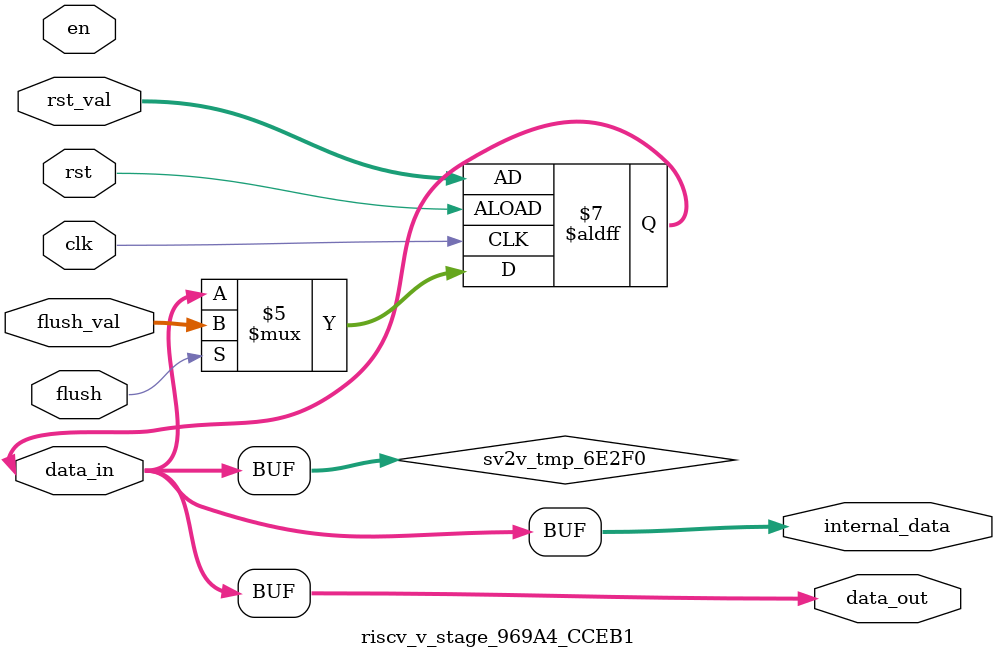
<source format=v>
module riscv_v_stage_969A4_CCEB1 (
	clk,
	rst,
	en,
	flush,
	rst_val,
	flush_val,
	data_in,
	data_out,
	internal_data
);
	parameter signed [31:0] DATA_T_riscv_pkg_BYTE_WIDTH = 0;
	parameter signed [31:0] DATA_T_riscv_v_pkg_RISCV_V_DATA_WIDTH = 0;
	parameter signed [31:0] DATA_T_riscv_v_pkg_RISCV_V_NUM_BYTES_DATA = 0;
	parameter signed [31:0] NUM_STAGES = 1;
	input wire clk;
	input wire rst;
	input wire en;
	input wire flush;
	input wire [DATA_T_riscv_v_pkg_RISCV_V_DATA_WIDTH - 1:0] rst_val;
	input wire [DATA_T_riscv_v_pkg_RISCV_V_DATA_WIDTH - 1:0] flush_val;
	input wire [DATA_T_riscv_v_pkg_RISCV_V_DATA_WIDTH - 1:0] data_in;
	output wire [DATA_T_riscv_v_pkg_RISCV_V_DATA_WIDTH - 1:0] data_out;
	output reg [(NUM_STAGES >= 0 ? ((NUM_STAGES + 1) * DATA_T_riscv_v_pkg_RISCV_V_DATA_WIDTH) - 1 : ((1 - NUM_STAGES) * DATA_T_riscv_v_pkg_RISCV_V_DATA_WIDTH) + ((NUM_STAGES * DATA_T_riscv_v_pkg_RISCV_V_DATA_WIDTH) - 1)):(NUM_STAGES >= 0 ? 0 : NUM_STAGES * DATA_T_riscv_v_pkg_RISCV_V_DATA_WIDTH)] internal_data;
	wire [DATA_T_riscv_v_pkg_RISCV_V_DATA_WIDTH * 1:1] sv2v_tmp_6E2F0;
	assign sv2v_tmp_6E2F0 = data_in;
	always @(*) internal_data[(NUM_STAGES >= 0 ? 0 : NUM_STAGES) * DATA_T_riscv_v_pkg_RISCV_V_DATA_WIDTH+:DATA_T_riscv_v_pkg_RISCV_V_DATA_WIDTH] = sv2v_tmp_6E2F0;
	genvar _gv_idx_1;
	generate
		for (_gv_idx_1 = 1; _gv_idx_1 <= NUM_STAGES; _gv_idx_1 = _gv_idx_1 + 1) begin : gen_stage_data
			localparam idx = _gv_idx_1;
			always @(posedge clk or posedge rst)
				if (rst)
					internal_data[(NUM_STAGES >= 0 ? idx : NUM_STAGES - idx) * DATA_T_riscv_v_pkg_RISCV_V_DATA_WIDTH+:DATA_T_riscv_v_pkg_RISCV_V_DATA_WIDTH] <= rst_val;
				else if (flush)
					internal_data[(NUM_STAGES >= 0 ? idx : NUM_STAGES - idx) * DATA_T_riscv_v_pkg_RISCV_V_DATA_WIDTH+:DATA_T_riscv_v_pkg_RISCV_V_DATA_WIDTH] <= flush_val;
				else if (en)
					internal_data[(NUM_STAGES >= 0 ? idx : NUM_STAGES - idx) * DATA_T_riscv_v_pkg_RISCV_V_DATA_WIDTH+:DATA_T_riscv_v_pkg_RISCV_V_DATA_WIDTH] <= internal_data[(NUM_STAGES >= 0 ? idx - 1 : NUM_STAGES - (idx - 1)) * DATA_T_riscv_v_pkg_RISCV_V_DATA_WIDTH+:DATA_T_riscv_v_pkg_RISCV_V_DATA_WIDTH];
		end
	endgenerate
	assign data_out = internal_data[(NUM_STAGES >= 0 ? NUM_STAGES : NUM_STAGES - NUM_STAGES) * DATA_T_riscv_v_pkg_RISCV_V_DATA_WIDTH+:DATA_T_riscv_v_pkg_RISCV_V_DATA_WIDTH];
endmodule

</source>
